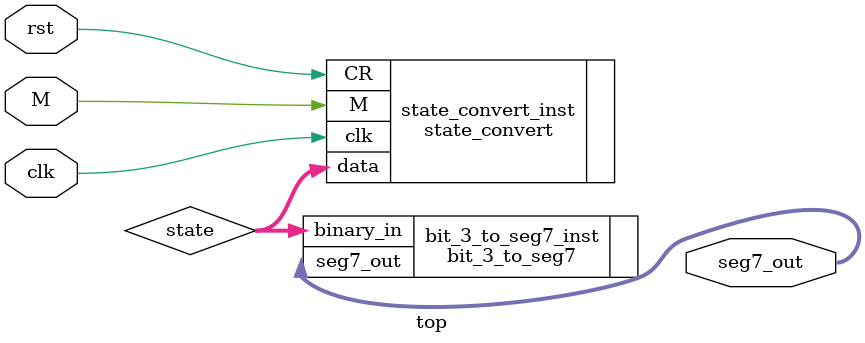
<source format=v>
module top (
  input clk,  // 时钟信号
  input rst,  // 复位信号
  input M,  // 模式选择信号
  output wire [6:0] seg7_out    // 7段数码管输出
);

wire [2:0] state;  // 状态寄存器

// 状态转换模块
state_convert state_convert_inst (
  .clk(clk),
  .CR(rst),
  .M(M),
  .data(state)
);

// 3位二进制数到7段数码管模块
bit_3_to_seg7 bit_3_to_seg7_inst (
  .binary_in(state),
  .seg7_out(seg7_out)
);

endmodule

</source>
